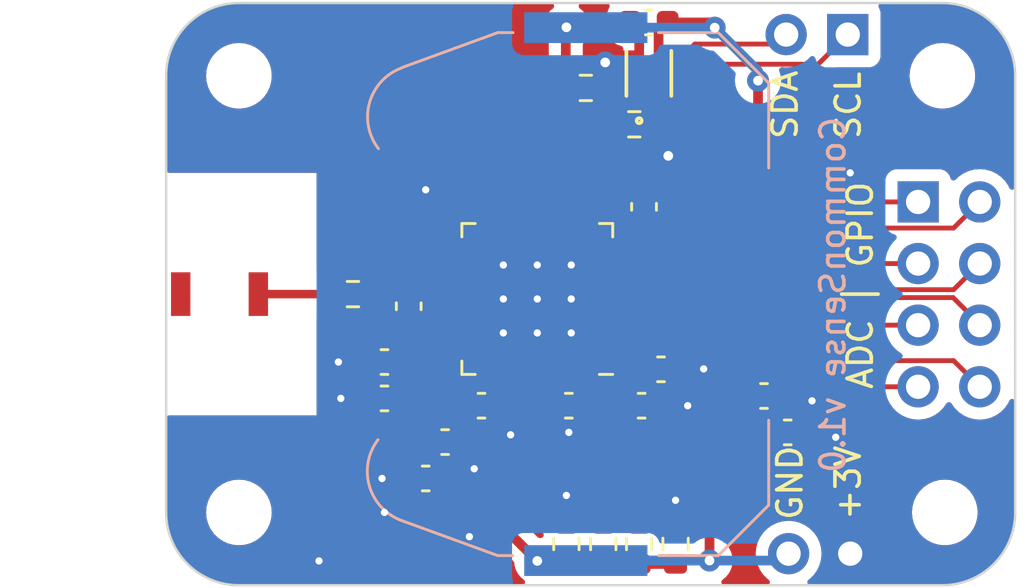
<source format=kicad_pcb>
(kicad_pcb (version 20221018) (generator pcbnew)
  (layers (0 "F.Cu" signal) (31 "B.Cu" signal) (34 "B.Paste" user) (35 "F.Paste" user) (36 "B.SilkS" user "B.Silkscreen") (37 "F.SilkS" user "F.Silkscreen") (38 "B.Mask" user) (39 "F.Mask" user) (44 "Edge.Cuts" user))
  (net 0 "")
  (net 1 "/RF")
  (net 2 "+3V3")
  (net 3 "GND")
  (net 4 "/XL1")
  (net 5 "/XL2")
  (net 6 "/DEC1")
  (net 7 "/DEC4")
  (net 8 "/DEC3")
  (net 9 "/DEC2")
  (net 10 "/XC1")
  (net 11 "/XC2")
  (net 12 "/ANT")
  (net 13 "/LED_RES1")
  (net 14 "/LED_RES2")
  (net 15 "/P0.09")
  (net 16 "/P0.08")
  (net 17 "/P0.07")
  (net 18 "/P0.06")
  (net 19 "/AIN3")
  (net 20 "/AIN2")
  (net 21 "/AIN1")
  (net 22 "/AIN0")
  (net 23 "/STATUS_LED1")
  (net 24 "/STATUS_LED2")
  (net 34 "/RESET")
  (net 35 "/SWDCLK")
  (net 36 "/SWDIO")
  (net 47 "/SDA")
  (net 48 "/SCL")
  (footprint "Connector_PinHeader_2.54mm:PinHeader_1x02_P2.54mm_Vertical" (layer "F.Cu") (at 164.2 78.7 -90)
    (fp_text reference "J2" hide)
    (fp_text value "Conn_01x02" hide)
    (pad "1" thru_hole rect locked (at 0 0 270) (size 1.7 1.7) (drill 1) (layers "*.Cu" "*.Mask") (net 3 "GND"))
    (pad "2" thru_hole oval locked (at 0 2.54 270) (size 1.7 1.7) (drill 1) (layers "*.Cu" "*.Mask") (net 2 "+3V3"))
  )
  (footprint "Capacitor_SMD:C_0603_1608Metric" (layer "F.Cu") (at 145 70.8 180)
    (fp_text reference "C9" hide)
    (fp_text value "N.C." hide)
    (fp_line (start -0.14058 -0.51) (end 0.14058 -0.51) (stroke (width 0.12)) (layer "F.SilkS"))
    (fp_line (start -0.14058 0.51) (end 0.14058 0.51) (stroke (width 0.12)) (layer "F.SilkS"))
    (pad "1" smd roundrect (at -0.775 0 180) (size 0.9 0.95) (layers "F.Cu" "F.Paste" "F.Mask") (net 9 "/DEC2"))
    (pad "2" smd roundrect (at 0.775 0 180) (size 0.9 0.95) (layers "F.Cu" "F.Paste" "F.Mask") (net 3 "GND"))
  )
  (footprint "Capacitor_SMD:C_0603_1608Metric" (layer "F.Cu") (at 156.4 71.1 180)
    (fp_text reference "C3" hide)
    (fp_text value "100n" hide)
    (fp_line (start -0.14058 -0.51) (end 0.14058 -0.51) (stroke (width 0.12)) (layer "F.SilkS"))
    (fp_line (start -0.14058 0.51) (end 0.14058 0.51) (stroke (width 0.12)) (layer "F.SilkS"))
    (pad "1" smd roundrect (at -0.775 0 180) (size 0.9 0.95) (layers "F.Cu" "F.Paste" "F.Mask") (net 3 "GND"))
    (pad "2" smd roundrect (at 0.775 0 180) (size 0.9 0.95) (layers "F.Cu" "F.Paste" "F.Mask") (net 6 "/DEC1"))
  )
  (footprint "MountingHole:MountingHole_2.2mm_M2" (layer "F.Cu") (at 168.1 77)
    (fp_text reference "H4" hide)
    (fp_text value "MountingHole" hide)
    (pad "" np_thru_hole circle locked (at 0 0) (size 2.2 2.2) (drill 2.2) (layers "*.Cu" "*.Mask"))
  )
  (footprint "MountingHole:MountingHole_2.2mm_M2" (layer "F.Cu") (at 139 77)
    (fp_text reference "H1" hide)
    (fp_text value "MountingHole" hide)
    (pad "" np_thru_hole circle locked (at 0 0) (size 2.2 2.2) (drill 2.2) (layers "*.Cu" "*.Mask"))
  )
  (footprint "Connector_PinHeader_2.54mm:PinHeader_2x04_P2.54mm_Vertical" (layer "F.Cu") (at 167 64.2)
    (fp_text reference "J1" hide)
    (fp_text value "Conn_02x04_Counter_Clockwise" hide)
    (pad "1" thru_hole rect locked (at 0 0) (size 1.7 1.7) (drill 1) (layers "*.Cu" "*.Mask") (net 15 "/P0.09"))
    (pad "2" thru_hole oval locked (at 2.54 0) (size 1.7 1.7) (drill 1) (layers "*.Cu" "*.Mask") (net 16 "/P0.08"))
    (pad "3" thru_hole oval locked (at 0 2.54) (size 1.7 1.7) (drill 1) (layers "*.Cu" "*.Mask") (net 17 "/P0.07"))
    (pad "4" thru_hole oval locked (at 2.54 2.54) (size 1.7 1.7) (drill 1) (layers "*.Cu" "*.Mask") (net 18 "/P0.06"))
    (pad "5" thru_hole oval locked (at 0 5.08) (size 1.7 1.7) (drill 1) (layers "*.Cu" "*.Mask") (net 20 "/AIN2"))
    (pad "6" thru_hole oval locked (at 2.54 5.08) (size 1.7 1.7) (drill 1) (layers "*.Cu" "*.Mask") (net 19 "/AIN3"))
    (pad "7" thru_hole oval locked (at 0 7.62) (size 1.7 1.7) (drill 1) (layers "*.Cu" "*.Mask") (net 22 "/AIN0"))
    (pad "8" thru_hole oval locked (at 2.54 7.62) (size 1.7 1.7) (drill 1) (layers "*.Cu" "*.Mask") (net 21 "/AIN1"))
  )
  (footprint "encyclopedia_galactica:ECS-.327-12.5-12R-TR" (layer "F.Cu") (at 160.076228 75.527211 180)
    (fp_text reference "Y1" hide)
    (fp_text value " ECS-.327-12.5-12R-TR " hide)
    (pad "1" smd rect (at -0.7 0 180) (size 0.6 1.1) (layers "F.Cu" "F.Paste" "F.Mask") (net 5 "/XL2"))
    (pad "2" smd rect (at 0.7 0 180) (size 0.6 1.1) (layers "F.Cu" "F.Paste" "F.Mask") (net 4 "/XL1"))
  )
  (footprint "encyclopedia_galactica:2108838-1" (layer "F.Cu") (at 135.7 68)
    (fp_text reference "2108838-1" hide)
    (fp_text value "~" hide)
    (pad "1" smd rect (at 4.1 0) (size 0.8 1.8) (layers "F.Cu" "F.Paste" "F.Mask") (net 1 "/RF"))
    (pad "2" smd rect (at 0.9 0) (size 0.8 1.8) (layers "F.Cu" "F.Paste" "F.Mask"))
    (zone (net 0) (net_name "") (layers "*.Cu") (connect_pads (clearance 0)) (min_thickness 0.25)
      (keepout (tracks allowed) (vias not_allowed) (pads allowed) (copperpour not_allowed) (footprints not_allowed))
      (fill (thermal_gap 0.5) (thermal_bridge_width 0.5))
      (polygon (pts (xy 129.2 63) (xy 129.2 73) (xy 142.2 73) (xy 142.2 63)))
    )
  )
  (footprint "MountingHole:MountingHole_2.2mm_M2" (layer "F.Cu") (at 139 59)
    (fp_text reference "H2" hide)
    (fp_text value "MountingHole" hide)
    (pad "" np_thru_hole circle locked (at 0 0) (size 2.2 2.2) (drill 2.2) (layers "*.Cu" "*.Mask"))
  )
  (footprint "Connector_PinHeader_2.54mm:PinHeader_1x02_P2.54mm_Vertical" (layer "F.Cu") (at 164.1 57.3 -90)
    (fp_text reference "J3" hide)
    (fp_text value "Conn_01x02" hide)
    (pad "1" thru_hole rect locked (at 0 0 270) (size 1.7 1.7) (drill 1) (layers "*.Cu" "*.Mask") (net 48 "/SCL"))
    (pad "2" thru_hole oval locked (at 0 2.54 270) (size 1.7 1.7) (drill 1) (layers "*.Cu" "*.Mask") (net 47 "/SDA"))
  )
  (footprint "Resistor_SMD:R_0603_1608Metric" (layer "F.Cu") (at 154.02 78.3 -90)
    (fp_text reference "R2" hide)
    (fp_text value "R" hide)
    (fp_line (start -0.237258 -0.5225) (end 0.237258 -0.5225) (stroke (width 0.12)) (layer "F.SilkS"))
    (fp_line (start -0.237258 0.5225) (end 0.237258 0.5225) (stroke (width 0.12)) (layer "F.SilkS"))
    (pad "1" smd roundrect (at -0.825 0 270) (size 0.8 0.95) (layers "F.Cu" "F.Paste" "F.Mask") (net 24 "/STATUS_LED2"))
    (pad "2" smd roundrect (at 0.825 0 270) (size 0.8 0.95) (layers "F.Cu" "F.Paste" "F.Mask") (net 14 "/LED_RES2"))
  )
  (footprint "Resistor_SMD:R_0603_1608Metric" (layer "F.Cu") (at 157 78.3 -90)
    (fp_text reference "D1" hide)
    (fp_text value "LED" hide)
    (fp_line (start -0.237258 -0.5225) (end 0.237258 -0.5225) (stroke (width 0.12)) (layer "F.SilkS"))
    (fp_line (start -0.237258 0.5225) (end 0.237258 0.5225) (stroke (width 0.12)) (layer "F.SilkS"))
    (pad "1" smd roundrect (at -0.825 0 270) (size 0.8 0.95) (layers "F.Cu" "F.Paste" "F.Mask") (net 3 "GND"))
    (pad "2" smd roundrect (at 0.825 0 270) (size 0.8 0.95) (layers "F.Cu" "F.Paste" "F.Mask") (net 13 "/LED_RES1"))
  )
  (footprint "Package_DFN_QFN:QFN-48-1EP_6x6mm_P0.4mm_EP4.6x4.6mm" (layer "F.Cu") (at 151.3 68.2 180)
    (fp_text reference "U1" hide)
    (fp_text value "NRF52810-QFAA-R7" hide)
    (fp_line (start -3.11 3.11) (end -3.11 2.56) (stroke (width 0.12)) (layer "F.SilkS"))
    (fp_line (start -2.56 -3.11) (end -3.11 -3.11) (stroke (width 0.12)) (layer "F.SilkS"))
    (fp_line (start -2.56 3.11) (end -3.11 3.11) (stroke (width 0.12)) (layer "F.SilkS"))
    (fp_line (start 2.56 -3.11) (end 3.11 -3.11) (stroke (width 0.12)) (layer "F.SilkS"))
    (fp_line (start 2.56 3.11) (end 3.11 3.11) (stroke (width 0.12)) (layer "F.SilkS"))
    (fp_line (start 3.11 -3.11) (end 3.11 -2.56) (stroke (width 0.12)) (layer "F.SilkS"))
    (fp_line (start 3.11 3.11) (end 3.11 2.56) (stroke (width 0.12)) (layer "F.SilkS"))
    (pad "1" smd roundrect (at -2.95 -2.2 180) (size 0.8 0.2) (layers "F.Cu" "F.Paste" "F.Mask") (net 6 "/DEC1"))
    (pad "2" smd roundrect (at -2.95 -1.8 180) (size 0.8 0.2) (layers "F.Cu" "F.Paste" "F.Mask") (net 4 "/XL1"))
    (pad "3" smd roundrect (at -2.95 -1.4 180) (size 0.8 0.2) (layers "F.Cu" "F.Paste" "F.Mask") (net 5 "/XL2"))
    (pad "4" smd roundrect (at -2.95 -1 180) (size 0.8 0.2) (layers "F.Cu" "F.Paste" "F.Mask") (net 22 "/AIN0"))
    (pad "5" smd roundrect (at -2.95 -0.6 180) (size 0.8 0.2) (layers "F.Cu" "F.Paste" "F.Mask") (net 21 "/AIN1"))
    (pad "6" smd roundrect (at -2.95 -0.2 180) (size 0.8 0.2) (layers "F.Cu" "F.Paste" "F.Mask") (net 20 "/AIN2"))
    (pad "7" smd roundrect (at -2.95 0.2 180) (size 0.8 0.2) (layers "F.Cu" "F.Paste" "F.Mask") (net 19 "/AIN3"))
    (pad "8" smd roundrect (at -2.95 0.6 180) (size 0.8 0.2) (layers "F.Cu" "F.Paste" "F.Mask") (net 18 "/P0.06"))
    (pad "9" smd roundrect (at -2.95 1 180) (size 0.8 0.2) (layers "F.Cu" "F.Paste" "F.Mask") (net 17 "/P0.07"))
    (pad "10" smd roundrect (at -2.95 1.4 180) (size 0.8 0.2) (layers "F.Cu" "F.Paste" "F.Mask") (net 16 "/P0.08"))
    (pad "11" smd roundrect (at -2.95 1.8 180) (size 0.8 0.2) (layers "F.Cu" "F.Paste" "F.Mask") (net 15 "/P0.09"))
    (pad "12" smd roundrect (at -2.95 2.2 180) (size 0.8 0.2) (layers "F.Cu" "F.Paste" "F.Mask"))
    (pad "13" smd roundrect (at -2.2 2.95 180) (size 0.2 0.8) (layers "F.Cu" "F.Paste" "F.Mask") (net 2 "+3V3"))
    (pad "14" smd roundrect (at -1.8 2.95 180) (size 0.2 0.8) (layers "F.Cu" "F.Paste" "F.Mask"))
    (pad "15" smd roundrect (at -1.4 2.95 180) (size 0.2 0.8) (layers "F.Cu" "F.Paste" "F.Mask"))
    (pad "16" smd roundrect (at -1 2.95 180) (size 0.2 0.8) (layers "F.Cu" "F.Paste" "F.Mask") (net 48 "/SCL"))
    (pad "17" smd roundrect (at -0.6 2.95 180) (size 0.2 0.8) (layers "F.Cu" "F.Paste" "F.Mask") (net 47 "/SDA"))
    (pad "18" smd roundrect (at -0.2 2.95 180) (size 0.2 0.8) (layers "F.Cu" "F.Paste" "F.Mask"))
    (pad "19" smd roundrect (at 0.2 2.95 180) (size 0.2 0.8) (layers "F.Cu" "F.Paste" "F.Mask"))
    (pad "20" smd roundrect (at 0.6 2.95 180) (size 0.2 0.8) (layers "F.Cu" "F.Paste" "F.Mask"))
    (pad "21" smd roundrect (at 1 2.95 180) (size 0.2 0.8) (layers "F.Cu" "F.Paste" "F.Mask"))
    (pad "22" smd roundrect (at 1.4 2.95 180) (size 0.2 0.8) (layers "F.Cu" "F.Paste" "F.Mask"))
    (pad "23" smd roundrect (at 1.8 2.95 180) (size 0.2 0.8) (layers "F.Cu" "F.Paste" "F.Mask"))
    (pad "24" smd roundrect (at 2.2 2.95 180) (size 0.2 0.8) (layers "F.Cu" "F.Paste" "F.Mask") (net 34 "/RESET"))
    (pad "25" smd roundrect (at 2.95 2.2 180) (size 0.8 0.2) (layers "F.Cu" "F.Paste" "F.Mask") (net 35 "/SWDCLK"))
    (pad "26" smd roundrect (at 2.95 1.8 180) (size 0.8 0.2) (layers "F.Cu" "F.Paste" "F.Mask") (net 36 "/SWDIO"))
    (pad "27" smd roundrect (at 2.95 1.4 180) (size 0.8 0.2) (layers "F.Cu" "F.Paste" "F.Mask"))
    (pad "28" smd roundrect (at 2.95 1 180) (size 0.8 0.2) (layers "F.Cu" "F.Paste" "F.Mask"))
    (pad "29" smd roundrect (at 2.95 0.6 180) (size 0.8 0.2) (layers "F.Cu" "F.Paste" "F.Mask"))
    (pad "30" smd roundrect (at 2.95 0.2 180) (size 0.8 0.2) (layers "F.Cu" "F.Paste" "F.Mask") (net 12 "/ANT"))
    (pad "31" smd roundrect (at 2.95 -0.2 180) (size 0.8 0.2) (layers "F.Cu" "F.Paste" "F.Mask") (net 3 "GND"))
    (pad "32" smd roundrect (at 2.95 -0.6 180) (size 0.8 0.2) (layers "F.Cu" "F.Paste" "F.Mask") (net 9 "/DEC2"))
    (pad "33" smd roundrect (at 2.95 -1 180) (size 0.8 0.2) (layers "F.Cu" "F.Paste" "F.Mask") (net 8 "/DEC3"))
    (pad "34" smd roundrect (at 2.95 -1.4 180) (size 0.8 0.2) (layers "F.Cu" "F.Paste" "F.Mask") (net 11 "/XC2"))
    (pad "35" smd roundrect (at 2.95 -1.8 180) (size 0.8 0.2) (layers "F.Cu" "F.Paste" "F.Mask") (net 10 "/XC1"))
    (pad "36" smd roundrect (at 2.95 -2.2 180) (size 0.8 0.2) (layers "F.Cu" "F.Paste" "F.Mask") (net 2 "+3V3"))
    (pad "37" smd roundrect (at 2.2 -2.95 180) (size 0.2 0.8) (layers "F.Cu" "F.Paste" "F.Mask"))
    (pad "38" smd roundrect (at 1.8 -2.95 180) (size 0.2 0.8) (layers "F.Cu" "F.Paste" "F.Mask"))
    (pad "39" smd roundrect (at 1.4 -2.95 180) (size 0.2 0.8) (layers "F.Cu" "F.Paste" "F.Mask"))
    (pad "40" smd roundrect (at 1 -2.95 180) (size 0.2 0.8) (layers "F.Cu" "F.Paste" "F.Mask"))
    (pad "41" smd roundrect (at 0.6 -2.95 180) (size 0.2 0.8) (layers "F.Cu" "F.Paste" "F.Mask") (net 24 "/STATUS_LED2"))
    (pad "42" smd roundrect (at 0.2 -2.95 180) (size 0.2 0.8) (layers "F.Cu" "F.Paste" "F.Mask") (net 23 "/STATUS_LED1"))
    (pad "43" smd roundrect (at -0.2 -2.95 180) (size 0.2 0.8) (layers "F.Cu" "F.Paste" "F.Mask"))
    (pad "44" smd roundrect (at -0.6 -2.95 180) (size 0.2 0.8) (layers "F.Cu" "F.Paste" "F.Mask"))
    (pad "45" smd roundrect (at -1 -2.95 180) (size 0.2 0.8) (layers "F.Cu" "F.Paste" "F.Mask") (net 3 "GND"))
    (pad "46" smd roundrect (at -1.4 -2.95 180) (size 0.2 0.8) (layers "F.Cu" "F.Paste" "F.Mask") (net 7 "/DEC4"))
    (pad "47" smd roundrect (at -1.8 -2.95 180) (size 0.2 0.8) (layers "F.Cu" "F.Paste" "F.Mask"))
    (pad "48" smd roundrect (at -2.2 -2.95 180) (size 0.2 0.8) (layers "F.Cu" "F.Paste" "F.Mask") (net 2 "+3V3"))
    (pad "49" smd rect (at 0 0 180) (size 4.6 4.6) (layers "F.Cu" "F.Mask") (net 3 "GND"))
  )
  (footprint "Capacitor_SMD:C_0603_1608Metric" (layer "F.Cu") (at 145 72.3 180)
    (fp_text reference "C8" hide)
    (fp_text value "100pF" hide)
    (fp_line (start -0.14058 -0.51) (end 0.14058 -0.51) (stroke (width 0.12)) (layer "F.SilkS"))
    (fp_line (start -0.14058 0.51) (end 0.14058 0.51) (stroke (width 0.12)) (layer "F.SilkS"))
    (pad "1" smd roundrect (at -0.775 0 180) (size 0.9 0.95) (layers "F.Cu" "F.Paste" "F.Mask") (net 8 "/DEC3"))
    (pad "2" smd roundrect (at 0.775 0 180) (size 0.9 0.95) (layers "F.Cu" "F.Paste" "F.Mask") (net 3 "GND"))
  )
  (footprint "Capacitor_SMD:C_0603_1608Metric" (layer "F.Cu") (at 155.6 72.6 180)
    (fp_text reference "C5" hide)
    (fp_text value "4u7" hide)
    (fp_line (start -0.14058 -0.51) (end 0.14058 -0.51) (stroke (width 0.12)) (layer "F.SilkS"))
    (fp_line (start -0.14058 0.51) (end 0.14058 0.51) (stroke (width 0.12)) (layer "F.SilkS"))
    (pad "1" smd roundrect (at -0.775 0 180) (size 0.9 0.95) (layers "F.Cu" "F.Paste" "F.Mask") (net 3 "GND"))
    (pad "2" smd roundrect (at 0.775 0 180) (size 0.9 0.95) (layers "F.Cu" "F.Paste" "F.Mask") (net 2 "+3V3"))
  )
  (footprint "Capacitor_SMD:C_0603_1608Metric" (layer "F.Cu") (at 147.5 74.1)
    (fp_text reference "C11" hide)
    (fp_text value "12pF" hide)
    (fp_line (start -0.14058 -0.51) (end 0.14058 -0.51) (stroke (width 0.12)) (layer "F.SilkS"))
    (fp_line (start -0.14058 0.51) (end 0.14058 0.51) (stroke (width 0.12)) (layer "F.SilkS"))
    (pad "1" smd roundrect (at -0.775 0) (size 0.9 0.95) (layers "F.Cu" "F.Paste" "F.Mask") (net 11 "/XC2"))
    (pad "2" smd roundrect (at 0.775 0) (size 0.9 0.95) (layers "F.Cu" "F.Paste" "F.Mask") (net 3 "GND"))
  )
  (footprint "Resistor_SMD:R_0603_1608Metric" (layer "F.Cu") (at 153.3 59.5)
    (fp_text reference "R4" hide)
    (fp_text value "10k" hide)
    (fp_line (start -0.237258 -0.5225) (end 0.237258 -0.5225) (stroke (width 0.12)) (layer "F.SilkS"))
    (fp_line (start -0.237258 0.5225) (end 0.237258 0.5225) (stroke (width 0.12)) (layer "F.SilkS"))
    (pad "1" smd roundrect (at -0.825 0) (size 0.8 0.95) (layers "F.Cu" "F.Paste" "F.Mask") (net 2 "+3V3"))
    (pad "2" smd roundrect (at 0.825 0) (size 0.8 0.95) (layers "F.Cu" "F.Paste" "F.Mask") (net 47 "/SDA"))
  )
  (footprint "Resistor_SMD:R_0603_1608Metric" (layer "F.Cu") (at 155.5 78.3 -90)
    (fp_text reference "R1" hide)
    (fp_text value "R" hide)
    (fp_line (start -0.237258 -0.5225) (end 0.237258 -0.5225) (stroke (width 0.12)) (layer "F.SilkS"))
    (fp_line (start -0.237258 0.5225) (end 0.237258 0.5225) (stroke (width 0.12)) (layer "F.SilkS"))
    (pad "1" smd roundrect (at -0.825 0 270) (size 0.8 0.95) (layers "F.Cu" "F.Paste" "F.Mask") (net 23 "/STATUS_LED1"))
    (pad "2" smd roundrect (at 0.825 0 270) (size 0.8 0.95) (layers "F.Cu" "F.Paste" "F.Mask") (net 13 "/LED_RES1"))
  )
  (footprint "MountingHole:MountingHole_2.2mm_M2" (layer "F.Cu") (at 168 59)
    (fp_text reference "H3" hide)
    (fp_text value "MountingHole" hide)
    (pad "" np_thru_hole circle locked (at 0 0) (size 2.2 2.2) (drill 2.2) (layers "*.Cu" "*.Mask"))
  )
  (footprint "Resistor_SMD:R_0603_1608Metric" (layer "F.Cu") (at 143.7 68 180)
    (fp_text reference "L1" hide)
    (fp_text value "3.9nH" hide)
    (fp_line (start -0.237258 -0.5225) (end 0.237258 -0.5225) (stroke (width 0.12)) (layer "F.SilkS"))
    (fp_line (start -0.237258 0.5225) (end 0.237258 0.5225) (stroke (width 0.12)) (layer "F.SilkS"))
    (pad "1" smd roundrect (at -0.825 0 180) (size 0.8 0.95) (layers "F.Cu" "F.Paste" "F.Mask") (net 12 "/ANT"))
    (pad "2" smd roundrect (at 0.825 0 180) (size 0.8 0.95) (layers "F.Cu" "F.Paste" "F.Mask") (net 1 "/RF"))
  )
  (footprint "Resistor_SMD:R_0603_1608Metric" (layer "F.Cu") (at 155.3 61 180)
    (fp_text reference "R3" hide)
    (fp_text value "10k" hide)
    (fp_line (start -0.237258 -0.5225) (end 0.237258 -0.5225) (stroke (width 0.12)) (layer "F.SilkS"))
    (fp_line (start -0.237258 0.5225) (end 0.237258 0.5225) (stroke (width 0.12)) (layer "F.SilkS"))
    (pad "1" smd roundrect (at -0.825 0 180) (size 0.8 0.95) (layers "F.Cu" "F.Paste" "F.Mask") (net 48 "/SCL"))
    (pad "2" smd roundrect (at 0.825 0 180) (size 0.8 0.95) (layers "F.Cu" "F.Paste" "F.Mask") (net 2 "+3V3"))
  )
  (footprint "Capacitor_SMD:C_0603_1608Metric" (layer "F.Cu") (at 149 72.6 180)
    (fp_text reference "C7" hide)
    (fp_text value "100n" hide)
    (fp_line (start -0.14058 -0.51) (end 0.14058 -0.51) (stroke (width 0.12)) (layer "F.SilkS"))
    (fp_line (start -0.14058 0.51) (end 0.14058 0.51) (stroke (width 0.12)) (layer "F.SilkS"))
    (pad "1" smd roundrect (at -0.775 0 180) (size 0.9 0.95) (layers "F.Cu" "F.Paste" "F.Mask") (net 3 "GND"))
    (pad "2" smd roundrect (at 0.775 0 180) (size 0.9 0.95) (layers "F.Cu" "F.Paste" "F.Mask") (net 2 "+3V3"))
  )
  (footprint "Capacitor_SMD:C_0603_1608Metric" (layer "F.Cu") (at 155.90005 56.8 180)
    (fp_text reference "C13" hide)
    (fp_text value "100n" hide)
    (fp_line (start -0.14058 -0.51) (end 0.14058 -0.51) (stroke (width 0.12)) (layer "F.SilkS"))
    (fp_line (start -0.14058 0.51) (end 0.14058 0.51) (stroke (width 0.12)) (layer "F.SilkS"))
    (pad "1" smd roundrect (at -0.775 0 180) (size 0.9 0.95) (layers "F.Cu" "F.Paste" "F.Mask") (net 2 "+3V3"))
    (pad "2" smd roundrect (at 0.775 0 180) (size 0.9 0.95) (layers "F.Cu" "F.Paste" "F.Mask") (net 3 "GND"))
  )
  (footprint "Capacitor_SMD:C_0603_1608Metric" (layer "F.Cu") (at 161.62255 73.7)
    (fp_text reference "C2" hide)
    (fp_text value "12pF" hide)
    (fp_line (start -0.14058 -0.51) (end 0.14058 -0.51) (stroke (width 0.12)) (layer "F.SilkS"))
    (fp_line (start -0.14058 0.51) (end 0.14058 0.51) (stroke (width 0.12)) (layer "F.SilkS"))
    (pad "1" smd roundrect (at -0.775 0) (size 0.9 0.95) (layers "F.Cu" "F.Paste" "F.Mask") (net 5 "/XL2"))
    (pad "2" smd roundrect (at 0.775 0) (size 0.9 0.95) (layers "F.Cu" "F.Paste" "F.Mask") (net 3 "GND"))
  )
  (footprint "Capacitor_SMD:C_0603_1608Metric" (layer "F.Cu") (at 155.7 64.4 -90)
    (fp_text reference "C4" hide)
    (fp_text value "100n" hide)
    (fp_line (start -0.14058 -0.51) (end 0.14058 -0.51) (stroke (width 0.12)) (layer "F.SilkS"))
    (fp_line (start -0.14058 0.51) (end 0.14058 0.51) (stroke (width 0.12)) (layer "F.SilkS"))
    (pad "1" smd roundrect (at -0.775 0 270) (size 0.9 0.95) (layers "F.Cu" "F.Paste" "F.Mask") (net 3 "GND"))
    (pad "2" smd roundrect (at 0.775 0 270) (size 0.9 0.95) (layers "F.Cu" "F.Paste" "F.Mask") (net 2 "+3V3"))
  )
  (footprint "encyclopedia_galactica:DFN4_SHT41_SEN" (layer "F.Cu") (at 155.90005 58.9 90)
    (fp_text reference "U2" hide)
    (fp_text value "SHT41-AD1B-R2" hide)
    (fp_line (start -0.9271 0.9271) (end 0.9271 0.9271) (stroke (width 0.1524)) (layer "F.SilkS"))
    (fp_line (start 0.9271 -0.9271) (end -0.9271 -0.9271) (stroke (width 0.1524)) (layer "F.SilkS"))
    (fp_circle (center -1.950999 -0.40005) (end -1.849399 -0.40005) (stroke (width 0.1524)) (fill none) (layer "F.SilkS"))
    (pad "1" smd rect (at -0.7469 -0.40005 90) (size 0.706399 0.3056) (layers "F.Cu" "F.Paste" "F.Mask") (net 47 "/SDA"))
    (pad "2" smd rect (at -0.7469 0.40005 90) (size 0.706399 0.3056) (layers "F.Cu" "F.Paste" "F.Mask") (net 48 "/SCL"))
    (pad "3" smd rect (at 0.7469 0.40005 90) (size 0.706399 0.3056) (layers "F.Cu" "F.Paste" "F.Mask") (net 2 "+3V3"))
    (pad "4" smd rect (at 0.7469 -0.40005 90) (size 0.706399 0.3056) (layers "F.Cu" "F.Paste" "F.Mask") (net 3 "GND"))
  )
  (footprint "Capacitor_SMD:C_0603_1608Metric" (layer "F.Cu") (at 160.6451 72.2)
    (fp_text reference "C1" hide)
    (fp_text value "12pF" hide)
    (fp_line (start -0.14058 -0.51) (end 0.14058 -0.51) (stroke (width 0.12)) (layer "F.SilkS"))
    (fp_line (start -0.14058 0.51) (end 0.14058 0.51) (stroke (width 0.12)) (layer "F.SilkS"))
    (pad "1" smd roundrect (at -0.775 0) (size 0.9 0.95) (layers "F.Cu" "F.Paste" "F.Mask") (net 4 "/XL1"))
    (pad "2" smd roundrect (at 0.775 0) (size 0.9 0.95) (layers "F.Cu" "F.Paste" "F.Mask") (net 3 "GND"))
  )
  (footprint "encyclopedia_galactica:ABM11W-30.0000MHZ-7-D1X-T3" (layer "F.Cu") (at 146.7625 77.5)
    (fp_text reference "Y2" hide)
    (fp_text value "ABM11W-32.0000MHZ-7-D1X-T3 " hide)
    (pad "1" smd rect (at -0.637 -0.487 90) (size 0.775 0.875) (layers "F.Cu" "F.Paste" "F.Mask") (net 3 "GND"))
    (pad "2" smd rect (at 0.637 -0.487 90) (size 0.775 0.875) (layers "F.Cu" "F.Paste" "F.Mask") (net 10 "/XC1"))
    (pad "3" smd rect (at -0.637 0.487 90) (size 0.775 0.875) (layers "F.Cu" "F.Paste" "F.Mask") (net 11 "/XC2"))
    (pad "4" smd rect (at 0.637 0.487 90) (size 0.775 0.875) (layers "F.Cu" "F.Paste" "F.Mask") (net 3 "GND"))
  )
  (footprint "Capacitor_SMD:C_0603_1608Metric" (layer "F.Cu") (at 146 68.5 90)
    (fp_text reference "C12" hide)
    (fp_text value "0.8pF" hide)
    (fp_line (start -0.14058 -0.51) (end 0.14058 -0.51) (stroke (width 0.12)) (layer "F.SilkS"))
    (fp_line (start -0.14058 0.51) (end 0.14058 0.51) (stroke (width 0.12)) (layer "F.SilkS"))
    (pad "1" smd roundrect (at -0.775 0 90) (size 0.9 0.95) (layers "F.Cu" "F.Paste" "F.Mask") (net 3 "GND"))
    (pad "2" smd roundrect (at 0.775 0 90) (size 0.9 0.95) (layers "F.Cu" "F.Paste" "F.Mask") (net 12 "/ANT"))
  )
  (footprint "Capacitor_SMD:C_0603_1608Metric" (layer "F.Cu") (at 152.6 72.6 180)
    (fp_text reference "C6" hide)
    (fp_text value "1u" hide)
    (fp_line (start -0.14058 -0.51) (end 0.14058 -0.51) (stroke (width 0.12)) (layer "F.SilkS"))
    (fp_line (start -0.14058 0.51) (end 0.14058 0.51) (stroke (width 0.12)) (layer "F.SilkS"))
    (pad "1" smd roundrect (at -0.775 0 180) (size 0.9 0.95) (layers "F.Cu" "F.Paste" "F.Mask") (net 7 "/DEC4"))
    (pad "2" smd roundrect (at 0.775 0 180) (size 0.9 0.95) (layers "F.Cu" "F.Paste" "F.Mask") (net 3 "GND"))
  )
  (footprint "Resistor_SMD:R_0603_1608Metric" (layer "F.Cu") (at 152.5 78.3 -90)
    (fp_text reference "D2" hide)
    (fp_text value "LED" hide)
    (fp_line (start -0.237258 -0.5225) (end 0.237258 -0.5225) (stroke (width 0.12)) (layer "F.SilkS"))
    (fp_line (start -0.237258 0.5225) (end 0.237258 0.5225) (stroke (width 0.12)) (layer "F.SilkS"))
    (pad "1" smd roundrect (at -0.825 0 270) (size 0.8 0.95) (layers "F.Cu" "F.Paste" "F.Mask") (net 3 "GND"))
    (pad "2" smd roundrect (at 0.825 0 270) (size 0.8 0.95) (layers "F.Cu" "F.Paste" "F.Mask") (net 14 "/LED_RES2"))
  )
  (footprint "Capacitor_SMD:C_0603_1608Metric" (layer "F.Cu") (at 146.7 75.6 180)
    (fp_text reference "C10" hide)
    (fp_text value "12pF" hide)
    (fp_line (start -0.14058 -0.51) (end 0.14058 -0.51) (stroke (width 0.12)) (layer "F.SilkS"))
    (fp_line (start -0.14058 0.51) (end 0.14058 0.51) (stroke (width 0.12)) (layer "F.SilkS"))
    (pad "1" smd roundrect (at -0.775 0 180) (size 0.9 0.95) (layers "F.Cu" "F.Paste" "F.Mask") (net 10 "/XC1"))
    (pad "2" smd roundrect (at 0.775 0 180) (size 0.9 0.95) (layers "F.Cu" "F.Paste" "F.Mask") (net 3 "GND"))
  )
  (footprint "Battery:BatteryHolder_Keystone_3034_1x20mm" (layer "B.Cu") (at 153.3 68 90)
    (fp_text reference "BT1" hide)
    (fp_text value "Battery_Cell" hide)
    (fp_line (start -10.78 -3.63) (end -9.34 -7.58) (stroke (width 0.12)) (layer "B.SilkS"))
    (fp_line (start -10.78 -3) (end -10.78 -3.63) (stroke (width 0.12)) (layer "B.SilkS"))
    (fp_line (start -10.78 5.46) (end -10.78 3) (stroke (width 0.12)) (layer "B.SilkS"))
    (fp_line (start -8.7 7.54) (end -10.78 5.46) (stroke (width 0.12)) (layer "B.SilkS"))
    (fp_line (start -5.2 7.54) (end -8.7 7.54) (stroke (width 0.12)) (layer "B.SilkS"))
    (fp_line (start 8.7 7.54) (end 5.2 7.54) (stroke (width 0.12)) (layer "B.SilkS"))
    (fp_line (start 8.7 7.54) (end 10.78 5.46) (stroke (width 0.12)) (layer "B.SilkS"))
    (fp_line (start 10.78 -3.63) (end 9.34 -7.58) (stroke (width 0.12)) (layer "B.SilkS"))
    (fp_line (start 10.78 -3) (end 10.78 -3.63) (stroke (width 0.12)) (layer "B.SilkS"))
    (fp_line (start 10.78 5.46) (end 10.78 3) (stroke (width 0.12)) (layer "B.SilkS"))
    (fp_arc (start -9.34 -7.58) (mid -7.921654 -8.918738) (end -6.003354 -8.56653) (stroke (width 0.12)) (layer "B.SilkS"))
    (fp_arc (start 6 -8.55) (mid 7.90634 -8.911669) (end 9.325243 -7.588169) (stroke (width 0.12)) (layer "B.SilkS"))
    (pad "1" smd rect (at -10.985 0 90) (size 1.27 5.08) (layers "B.Cu" "B.Paste" "B.Mask") (net 2 "+3V3"))
    (pad "1" smd rect (at 10.985 0 90) (size 1.27 5.08) (layers "B.Cu" "B.Paste" "B.Mask") (net 2 "+3V3"))
    (pad "2" smd circle (at 0 0 90) (size 17.8 17.8) (layers "B.Cu" "B.Mask") (net 3 "GND"))
  )
  (gr_line (start 165.35 68) (end 163.85 68) (stroke (width 0.15)) (layer "F.SilkS"))
  (gr_line locked (start 168.000001 80.000001) (end 139 80) (stroke (width 0.1)) (layer "Edge.Cuts"))
  (gr_line locked (start 171 59) (end 171 77) (stroke (width 0.1)) (layer "Edge.Cuts"))
  (gr_arc locked (start 138.999999 80.000001) (mid 136.878679 79.121321) (end 135.999999 77.000001) (stroke (width 0.1)) (layer "Edge.Cuts"))
  (gr_arc locked (start 168 56) (mid 170.12132 56.87868) (end 171 59) (stroke (width 0.1)) (layer "Edge.Cuts"))
  (gr_arc locked (start 135.999999 58.999999) (mid 136.878679 56.878679) (end 138.999999 55.999999) (stroke (width 0.1)) (layer "Edge.Cuts"))
  (gr_line locked (start 139 56) (end 168 56) (stroke (width 0.1)) (layer "Edge.Cuts"))
  (gr_arc locked (start 171.000001 77.000001) (mid 170.121321 79.121321) (end 168.000001 80.000001) (stroke (width 0.1)) (layer "Edge.Cuts"))
  (gr_line locked (start 136 77) (end 136 59) (stroke (width 0.1)) (layer "Edge.Cuts"))
  (gr_text "CommonSense v1.0" (at 162.9 60.6 90) (layer "B.SilkS") (effects (font (size 1 1)) (justify left top mirror)))
  (gr_text "SCL" (at 164.7 61.7 90) (layer "F.SilkS") (effects (font (size 1 1)) (justify left bottom)))
  (gr_text "SDA" (at 162.1 61.7 90) (layer "F.SilkS") (effects (font (size 1 1)) (justify left bottom)))
  (gr_text "GPIO" (at 165.2 67 90) (layer "F.SilkS") (effects (font (size 1 1)) (justify left bottom)))
  (gr_text "+3V" (at 164.7 77.4 90) (layer "F.SilkS") (effects (font (size 1 1)) (justify left bottom)))
  (gr_text "GND" (at 162.3 77.4 90) (layer "F.SilkS") (effects (font (size 1 1)) (justify left bottom)))
  (gr_text "ADC" (at 165.2 72 90) (layer "F.SilkS") (effects (font (size 1 1)) (justify left bottom)))
  (segment (start 142.875 68) (end 139.8 68) (width 0.35) (layer "F.Cu") (net 1))
  (segment (start 156.3001 58.1531) (end 156.3001 57.17495) (width 0.4) (layer "F.Cu") (net 2))
  (segment (start 148.225 72.6) (end 148.225 70.525) (width 0.4) (layer "F.Cu") (net 2))
  (segment (start 149.4 77.1) (end 149.4 73.775) (width 0.4) (layer "F.Cu") (net 2))
  (segment (start 154.825 72.6) (end 153.6 71.375) (width 0.4) (layer "F.Cu") (net 2))
  (segment (start 148.323 70.427) (end 148.35 70.427) (width 0.4) (layer "F.Cu") (net 2))
  (segment (start 156.3001 57.17495) (end 156.67505 56.8) (width 0.4) (layer "F.Cu") (net 2))
  (segment (start 151.3 79) (end 149.4 77.1) (width 0.4) (layer "F.Cu") (net 2))
  (segment (start 152.475 59.5) (end 152.475 57.025) (width 0.4) (layer "F.Cu") (net 2))
  (segment (start 153.6 71.375) (end 153.6 71.15) (width 0.4) (layer "F.Cu") (net 2))
  (segment (start 155.7 65.175) (end 153.575 65.175) (width 0.4) (layer "F.Cu") (net 2))
  (segment (start 160.4 59.1995) (end 160.4 60.475) (width 0.4) (layer "F.Cu") (net 2))
  (segment (start 156.67505 56.8) (end 158.4 56.8) (width 0.4) (layer "F.Cu") (net 2))
  (segment (start 160.4 60.475) (end 155.7 65.175) (width 0.4) (layer "F.Cu") (net 2))
  (segment (start 149.4 73.775) (end 148.225 72.6) (width 0.4) (layer "F.Cu") (net 2))
  (segment (start 158.4 56.8) (end 158.615 57.015) (width 0.4) (layer "F.Cu") (net 2))
  (segment (start 154.475 61) (end 153.975 61) (width 0.4) (layer "F.Cu") (net 2))
  (segment (start 153.975 61) (end 152.475 59.5) (width 0.4) (layer "F.Cu") (net 2))
  (segment (start 158.4 76.175) (end 154.825 72.6) (width 0.4) (layer "F.Cu") (net 2))
  (segment (start 148.225 70.525) (end 148.323 70.427) (width 0.4) (layer "F.Cu") (net 2))
  (segment (start 153.527 65.223) (end 153.527 65.25) (width 0.4) (layer "F.Cu") (net 2))
  (segment (start 158.4 78.985) (end 158.4 76.175) (width 0.4) (layer "F.Cu") (net 2))
  (segment (start 153.575 65.175) (end 153.527 65.223) (width 0.4) (layer "F.Cu") (net 2))
  (segment (start 152.475 57.025) (end 152.5 57) (width 0.4) (layer "F.Cu") (net 2))
  (via (at 158.4 78.985) (size 0.9) (drill 0.4) (layers "F.Cu" "B.Cu") (net 2))
  (via (at 152.5 57) (size 0.9) (drill 0.4) (layers "F.Cu" "B.Cu") (net 2))
  (via (at 151.3 79) (size 0.9) (drill 0.4) (layers "F.Cu" "B.Cu") (net 2))
  (via (at 160.4 59.1995) (size 0.9) (drill 0.4) (layers "F.Cu" "B.Cu") (net 2))
  (via (at 158.615 57.015) (size 0.9) (drill 0.4) (layers "F.Cu" "B.Cu") (net 2))
  (segment (start 161.375 78.985) (end 161.66 78.7) (width 0.4) (layer "B.Cu") (net 2))
  (segment (start 158.4 78.985) (end 153.3 78.985) (width 0.4) (layer "B.Cu") (net 2))
  (segment (start 160.4 58.8) (end 158.615 57.015) (width 0.4) (layer "B.Cu") (net 2))
  (segment (start 153.3 78.985) (end 161.375 78.985) (width 0.4) (layer "B.Cu") (net 2))
  (segment (start 158.615 57.015) (end 153.3 57.015) (width 0.4) (layer "B.Cu") (net 2))
  (segment (start 160.4 59.1995) (end 160.4 58.8) (width 0.4) (layer "B.Cu") (net 2))
  (segment (start 155.7 63.625) (end 155.7 63.3) (width 0.2) (layer "F.Cu") (net 3))
  (segment (start 158.14136 71.1) (end 157.175 71.1) (width 0.4) (layer "F.Cu") (net 3))
  (segment (start 155.5 58.1531) (end 155.5 57.17495) (width 0.4) (layer "F.Cu") (net 3))
  (segment (start 144.225 70.8) (end 143.1 70.8) (width 0.4) (layer "F.Cu") (net 3))
  (segment (start 158.15864 71.08272) (end 158.14136 71.1) (width 0.4) (layer "F.Cu") (net 3))
  (segment (start 152.3 71.15) (end 152.3 72.125) (width 0.2) (layer "F.Cu") (net 3))
  (segment (start 148.487 77.987) (end 148.5 78) (width 0.4) (layer "F.Cu") (net 3))
  (segment (start 149.7 68.4) (end 149.9 68.2) (width 0.2) (layer "F.Cu") (net 3))
  (segment (start 149.775 73.375) (end 150.2 73.8) (width 0.4) (layer "F.Cu") (net 3))
  (segment (start 152.3 72.125) (end 151.825 72.6) (width 0.2) (layer "F.Cu") (net 3))
  (segment (start 151.825 72.925) (end 152.6 73.7) (width 0.4) (layer "F.Cu") (net 3))
  (segment (start 145.925 75.6) (end 144.9 75.6) (width 0.4) (layer "F.Cu") (net 3))
  (segment (start 145.013 77.013) (end 145 77) (width 0.4) (layer "F.Cu") (net 3))
  (segment (start 148.375 74.1) (end 148.375 74.875) (width 0.4) (layer "F.Cu") (net 3))
  (segment (start 157 77.475) (end 157 76.5) (width 0.4) (layer "F.Cu") (net 3))
  (segment (start 161.420102 72.400001) (end 162.624999 72.400001) (width 0.4) (layer "F.Cu") (net 3))
  (segment (start 154.273402 58.1531) (end 154.2 58.226502) (width 0.4) (layer "F.Cu") (net 3))
  (segment (start 144.225 72.3) (end 143.2 72.3) (width 0.4) (layer "F.Cu") (net 3))
  (segment (start 148.35 68.4) (end 148.312495 68.437505) (width 0.2) (layer "F.Cu") (net 3))
  (segment (start 152.5 77.475) (end 152.5 76.3) (width 0.4) (layer "F.Cu") (net 3))
  (segment (start 148.375 74.875) (end 148.7 75.2) (width 0.4) (layer "F.Cu") (net 3))
  (segment (start 156.375 72.6) (end 157.5 72.6) (width 0.4) (layer "F.Cu") (net 3))
  (segment (start 148.312495 68.437505) (end 146.837495 68.437505) (width 0.2) (layer "F.Cu") (net 3))
  (segment (start 149.775 72.6) (end 149.775 73.375) (width 0.4) (layer "F.Cu") (net 3))
  (segment (start 151.825 72.6) (end 151.825 72.925) (width 0.4) (layer "F.Cu") (net 3))
  (segment (start 155.7 63.3) (end 156.7 62.3) (width 0.2) (layer "F.Cu") (net 3))
  (segment (start 146.837495 68.437505) (end 146 69.275) (width 0.2) (layer "F.Cu") (net 3))
  (segment (start 148.35 68.4) (end 149.7 68.4) (width 0.2) (layer "F.Cu") (net 3))
  (segment (start 162.39755 73.900001) (end 163.60245 73.899999) (width 0.4) (layer "F.Cu") (net 3))
  (segment (start 155.5 57.17495) (end 155.12505 56.8) (width 0.4) (layer "F.Cu") (net 3))
  (segment (start 146.1255 77.013) (end 145.013 77.013) (width 0.4) (layer "F.Cu") (net 3))
  (segment (start 147.3995 77.987) (end 148.487 77.987) (width 0.4) (layer "F.Cu") (net 3))
  (segment (start 155.5 58.1531) (end 154.273402 58.1531) (width 0.4) (layer "F.Cu") (net 3))
  (via (at 157.5 72.6) (size 0.6) (drill 0.3) (layers "F.Cu" "B.Cu") (net 3))
  (via (at 151.3 69.6) (size 0.6) (drill 0.3) (layers "F.Cu" "B.Cu") (net 3))
  (via (at 142.3 79) (size 0.6) (drill 0.3) (layers "F.Cu" "B.Cu") (net 3))
  (via (at 158.15864 71.08272) (size 0.6) (drill 0.3) (layers "F.Cu" "B.Cu") (net 3))
  (via (at 164.2 63) (size 0.6) (drill 0.3) (layers "F.Cu" "B.Cu") (net 3))
  (via (at 144.9 75.6) (size 0.6) (drill 0.3) (layers "F.Cu" "B.Cu") (net 3))
  (via (at 157 76.5) (size 0.6) (drill 0.3) (layers "F.Cu" "B.Cu") (net 3))
  (via (at 148.5 78) (size 0.6) (drill 0.3) (layers "F.Cu" "B.Cu") (net 3))
  (via (at 148.7 75.2) (size 0.6) (drill 0.3) (layers "F.Cu" "B.Cu") (net 3))
  (via (at 149.9 68.2) (size 0.6) (drill 0.3) (layers "F.Cu" "B.Cu") (net 3))
  (via (at 162.624999 72.400001) (size 0.6) (drill 0.3) (layers "F.Cu" "B.Cu") (net 3))
  (via (at 152.5 76.3) (size 0.6) (drill 0.3) (layers "F.Cu" "B.Cu") (net 3))
  (via (at 149.9 66.8) (size 0.6) (drill 0.3) (layers "F.Cu" "B.Cu") (net 3))
  (via (at 149.9 69.6) (size 0.6) (drill 0.3) (layers "F.Cu" "B.Cu") (net 3))
  (via (at 146.7 63.7) (size 0.6) (drill 0.3) (layers "F.Cu" "B.Cu") (net 3))
  (via (at 150.2 73.8) (size 0.6) (drill 0.3) (layers "F.Cu" "B.Cu") (net 3))
  (via (at 163.60245 73.899999) (size 0.6) (drill 0.3) (layers "F.Cu" "B.Cu") (net 3))
  (via (at 154.1 58.4485) (size 0.9) (drill 0.4) (layers "F.Cu" "B.Cu") (net 3))
  (via (at 152.7 68.2) (size 0.6) (drill 0.3) (layers "F.Cu" "B.Cu") (net 3))
  (via (at 151.3 68.2) (size 0.6) (drill 0.3) (layers "F.Cu" "B.Cu") (net 3))
  (via (at 152.6 73.7) (size 0.6) (drill 0.3) (layers "F.Cu" "B.Cu") (net 3))
  (via (at 145 77) (size 0.6) (drill 0.3) (layers "F.Cu" "B.Cu") (net 3))
  (via (at 143.2 72.3) (size 0.6) (drill 0.3) (layers "F.Cu" "B.Cu") (net 3))
  (via (at 151.3 66.8) (size 0.6) (drill 0.3) (layers "F.Cu" "B.Cu") (net 3))
  (via (at 156.7 62.3) (size 0.9) (drill 0.4) (layers "F.Cu" "B.Cu") (net 3))
  (via (at 143.1 70.8) (size 0.6) (drill 0.3) (layers "F.Cu" "B.Cu") (net 3))
  (via (at 152.7 66.8) (size 0.6) (drill 0.3) (layers "F.Cu" "B.Cu") (net 3))
  (via (at 152.7 69.6) (size 0.6) (drill 0.3) (layers "F.Cu" "B.Cu") (net 3))
  (segment (start 153.44 68) (end 153.3 68) (width 0.2) (layer "B.Cu") (net 3))
  (segment (start 164.14 78.7) (end 153.44 68) (width 0.4) (layer "B.Cu") (net 3))
  (segment (start 159.376228 71.555017) (end 157.821211 70) (width 0.2) (layer "F.Cu") (net 4))
  (segment (start 157.821211 70) (end 154.25 70) (width 0.2) (layer "F.Cu") (net 4))
  (segment (start 159.8701 72.400001) (end 159.376229 72.400001) (width 0.2) (layer "F.Cu") (net 4))
  (segment (start 159.376228 72.4) (end 159.376228 71.555017) (width 0.2) (layer "F.Cu") (net 4))
  (segment (start 159.376229 72.400001) (end 159.376228 72.4) (width 0.2) (layer "F.Cu") (net 4))
  (segment (start 159.376228 75.527211) (end 159.376228 72.4) (width 0.2) (layer "F.Cu") (net 4))
  (segment (start 160.7431 75.494083) (end 160.7431 71.8701) (width 0.2) (layer "F.Cu") (net 5))
  (segment (start 160.776228 75.527211) (end 160.7431 75.494083) (width 0.2) (layer "F.Cu") (net 5))
  (segment (start 160.7431 71.8701) (end 158.473 69.6) (width 0.2) (layer "F.Cu") (net 5))
  (segment (start 158.473 69.6) (end 154.25 69.6) (width 0.2) (layer "F.Cu") (net 5))
  (segment (start 154.925 70.4) (end 155.625 71.1) (width 0.2) (layer "F.Cu") (net 6))
  (segment (start 154.25 70.4) (end 154.925 70.4) (width 0.2) (layer "F.Cu") (net 6))
  (segment (start 152.7 71.15) (end 152.7 72.1) (width 0.2) (layer "F.Cu") (net 7))
  (segment (start 153.2 72.6) (end 153.375 72.6) (width 0.2) (layer "F.Cu") (net 7))
  (segment (start 152.7 72.1) (end 153.2 72.6) (width 0.2) (layer "F.Cu") (net 7))
  (segment (start 145.775 72.3) (end 146.498 71.577) (width 0.2) (layer "F.Cu") (net 8))
  (segment (start 146.498 71.577) (end 146.498 70.535367) (width 0.2) (layer "F.Cu") (net 8))
  (segment (start 146.498 70.535367) (end 147.833367 69.2) (width 0.2) (layer "F.Cu") (net 8))
  (segment (start 147.833367 69.2) (end 148.35 69.2) (width 0.2) (layer "F.Cu") (net 8))
  (segment (start 145.775 70.614225) (end 145.775 70.8) (width 0.2) (layer "F.Cu") (net 9))
  (segment (start 147.589225 68.8) (end 145.775 70.614225) (width 0.2) (layer "F.Cu") (net 9))
  (segment (start 148.35 68.8) (end 147.589225 68.8) (width 0.2) (layer "F.Cu") (net 9))
  (segment (start 147.502 70.456263) (end 147.502 76.9105) (width 0.2) (layer "F.Cu") (net 10))
  (segment (start 147.502 76.9105) (end 147.3995 77.013) (width 0.2) (layer "F.Cu") (net 10))
  (segment (start 147.958263 70) (end 147.502 70.456263) (width 0.2) (layer "F.Cu") (net 10))
  (segment (start 148.35 70) (end 147.958263 70) (width 0.2) (layer "F.Cu") (net 10))
  (segment (start 146.825 70.670815) (end 146.825 74) (width 0.2) (layer "F.Cu") (net 11))
  (segment (start 146.713 77.5505) (end 146.2765 77.987) (width 0.2) (layer "F.Cu") (net 11))
  (segment (start 146.713 74.112) (end 146.713 77.5505) (width 0.2) (layer "F.Cu") (net 11))
  (segment (start 147.895815 69.6) (end 146.825 70.670815) (width 0.2) (layer "F.Cu") (net 11))
  (segment (start 146.2765 77.987) (end 146.1255 77.987) (width 0.2) (layer "F.Cu") (net 11))
  (segment (start 148.35 69.6) (end 147.895815 69.6) (width 0.2) (layer "F.Cu") (net 11))
  (segment (start 146.825 74) (end 146.713 74.112) (width 0.2) (layer "F.Cu") (net 11))
  (segment (start 147.9 68) (end 144.525 68) (width 0.35) (layer "F.Cu") (net 12))
  (segment (start 148.35 68) (end 147.9 68) (width 0.2) (layer "F.Cu") (net 12))
  (segment (start 155.5 79.125) (end 157 79.125) (width 0.4) (layer "F.Cu") (net 13))
  (segment (start 152.5 79.125) (end 154.02 79.125) (width 0.4) (layer "F.Cu") (net 14))
  (segment (start 164.15 64.2) (end 167 64.2) (width 0.2) (layer "F.Cu") (net 15))
  (segment (start 154.25 66.4) (end 161.95 66.4) (width 0.2) (layer "F.Cu") (net 15))
  (segment (start 161.95 66.4) (end 164.15 64.2) (width 0.2) (layer "F.Cu") (net 15))
  (segment (start 164.523 65.277) (end 168.463 65.277) (width 0.2) (layer "F.Cu") (net 16))
  (segment (start 163 66.8) (end 164.523 65.277) (width 0.2) (layer "F.Cu") (net 16))
  (segment (start 154.25 66.8) (end 163 66.8) (width 0.2) (layer "F.Cu") (net 16))
  (segment (start 168.463 65.277) (end 169.54 64.2) (width 0.2) (layer "F.Cu") (net 16))
  (segment (start 164.06 66.74) (end 167 66.74) (width 0.2) (layer "F.Cu") (net 17))
  (segment (start 154.25 67.2) (end 163.6 67.2) (width 0.2) (layer "F.Cu") (net 17))
  (segment (start 163.6 67.2) (end 164.06 66.74) (width 0.2) (layer "F.Cu") (net 17))
  (segment (start 168.463 67.817) (end 169.54 66.74) (width 0.2) (layer "F.Cu") (net 18))
  (segment (start 164.807448 67.6) (end 165.024448 67.817) (width 0.2) (layer "F.Cu") (net 18))
  (segment (start 154.25 67.6) (end 164.807448 67.6) (width 0.2) (layer "F.Cu") (net 18))
  (segment (start 165.024448 67.817) (end 168.463 67.817) (width 0.2) (layer "F.Cu") (net 18))
  (segment (start 164.745 68) (end 164.889 68.144) (width 0.2) (layer "F.Cu") (net 19))
  (segment (start 154.25 68) (end 164.745 68) (width 0.2) (layer "F.Cu") (net 19))
  (segment (start 168.444 68.144) (end 169.54 69.24) (width 0.2) (layer "F.Cu") (net 19))
  (segment (start 164.889 68.144) (end 168.444 68.144) (width 0.2) (layer "F.Cu") (net 19))
  (segment (start 169.54 69.24) (end 169.54 69.28) (width 0.2) (layer "F.Cu") (net 19))
  (segment (start 164.501891 69.28) (end 167 69.28) (width 0.2) (layer "F.Cu") (net 20))
  (segment (start 154.25 68.4) (end 163.621891 68.4) (width 0.2) (layer "F.Cu") (net 20))
  (segment (start 163.621891 68.4) (end 164.501891 69.28) (width 0.2) (layer "F.Cu") (net 20))
  (segment (start 164.948 70.743) (end 168.463 70.743) (width 0.2) (layer "F.Cu") (net 21))
  (segment (start 163.005 68.8) (end 164.948 70.743) (width 0.2) (layer "F.Cu") (net 21))
  (segment (start 168.463 70.743) (end 169.54 71.82) (width 0.2) (layer "F.Cu") (net 21))
  (segment (start 154.25 68.8) (end 163.005 68.8) (width 0.2) (layer "F.Cu") (net 21))
  (segment (start 164.501891 71.82) (end 167 71.82) (width 0.2) (layer "F.Cu") (net 22))
  (segment (start 154.25 69.2) (end 161.881891 69.2) (width 0.2) (layer "F.Cu") (net 22))
  (segment (start 161.881891 69.2) (end 164.501891 71.82) (width 0.2) (layer "F.Cu") (net 22))
  (segment (start 151.1 71.15) (end 151.1 73.02458) (width 0.25) (layer "F.Cu") (net 23))
  (segment (start 155.5 77.42458) (end 155.5 77.475) (width 0.25) (layer "F.Cu") (net 23))
  (segment (start 151.1 73.02458) (end 155.5 77.42458) (width 0.25) (layer "F.Cu") (net 23))
  (segment (start 150.7 71.15) (end 150.7 73.519354) (width 0.25) (layer "F.Cu") (net 24))
  (segment (start 150.7 73.519354) (end 154.02 76.839354) (width 0.25) (layer "F.Cu") (net 24))
  (segment (start 154.02 76.839354) (end 154.02 77.475) (width 0.25) (layer "F.Cu") (net 24))
  (segment (start 161.168 57.692) (end 161.56 57.3) (width 0.2) (layer "F.Cu") (net 47))
  (segment (start 156.1 58.9) (end 156.584552 58.9) (width 0.2) (layer "F.Cu") (net 47))
  (segment (start 157.792552 57.692) (end 161.168 57.692) (width 0.2) (layer "F.Cu") (net 47))
  (segment (start 151.9 65.25) (end 151.9 64.7) (width 0.2) (layer "F.Cu") (net 47))
  (segment (start 154.2719 59.6469) (end 154.125 59.5) (width 0.2) (layer "F.Cu") (net 47))
  (segment (start 155.5 59.5) (end 156.1 58.9) (width 0.2) (layer "F.Cu") (net 47))
  (segment (start 156.584552 58.9) (end 157.792552 57.692) (width 0.2) (layer "F.Cu") (net 47))
  (segment (start 155.498 59.6489) (end 155.5 59.6469) (width 0.2) (layer "F.Cu") (net 47))
  (segment (start 155.5 59.6469) (end 154.2719 59.6469) (width 0.2) (layer "F.Cu") (net 47))
  (segment (start 155.5 59.6469) (end 155.5 59.5) (width 0.2) (layer "F.Cu") (net 47))
  (segment (start 155.498 61.102) (end 155.498 59.6489) (width 0.2) (layer "F.Cu") (net 47))
  (segment (start 151.9 64.7) (end 155.498 61.102) (width 0.2) (layer "F.Cu") (net 47))
  (segment (start 156.3001 60.7999) (end 156.3001 59.6469) (width 0.2) (layer "F.Cu") (net 48))
  (segment (start 156.3001 59.6469) (end 157.424 58.523) (width 0.2) (layer "F.Cu") (net 48))
  (segment (start 162.877 58.523) (end 164.1 57.3) (width 0.2) (layer "F.Cu") (net 48))
  (segment (start 157.424 58.523) (end 162.877 58.523) (width 0.2) (layer "F.Cu") (net 48))
  (segment (start 152.3 65.25) (end 152.3 64.8) (width 0.2) (layer "F.Cu") (net 48))
  (segment (start 152.3 64.8) (end 156.3001 60.7999) (width 0.2) (layer "F.Cu") (net 48))
  (zone (net 0) (net_name "") (layer "F.Cu") (connect_pads yes (clearance 0)) (min_thickness 0.25)
    (keepout (tracks allowed) (vias allowed) (pads allowed) (copperpour not_allowed) (footprints allowed))
    (fill (thermal_gap 0.5) (thermal_bridge_width 0.5))
    (polygon (pts (xy 145.3 68.6) (xy 145.3 70) (xy 144.2 70) (xy 144.2 68.8) (xy 144.9 68.8) (xy 144.9 66.9) (xy 148.8 66.9) (xy 148.8 68.2) (xy 146.7 68.2) (xy 146.2 68.6)))
  )
  (zone (net 3) (net_name "GND") (layer "F.Cu") (priority 1) (connect_pads yes (clearance 0.5)) (min_thickness 0.25) (fill yes (thermal_gap 0.5) (thermal_bridge_width 0.5))
    (polygon (pts (xy 146.4 68.6) (xy 146.4 70) (xy 147.3 70) (xy 148.7 68.6) (xy 149.9 68.6) (xy 149.9 68.2) (xy 147.8 68.2) (xy 147.3 68.6)))
  )
  (zone locked (net 3) (net_name "GND") (layer "F.Cu") (connect_pads (clearance 0.5)) (min_thickness 0.25) (fill yes (thermal_gap 0.5) (thermal_bridge_width 0.5))
    (polygon (pts (xy 136 56) (xy 171 56) (xy 171 80) (xy 136 80)))
  )
  (zone locked (net 3) (net_name "GND") (layer "B.Cu") (connect_pads yes (clearance 0.5)) (min_thickness 0.25) (fill yes (thermal_gap 0.5) (thermal_bridge_width 0.5))
    (polygon (pts (xy 136 56) (xy 171 56) (xy 171 80) (xy 136 80)))
  )
)
</source>
